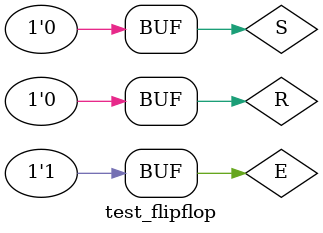
<source format=v>
`timescale 1ns / 1ps


module test_flipflop();

  // Inputs
  reg R;
  reg S;
  reg E;

  // Outputs
  wire Q;
  wire Q_L;
  wire Clk;

  Oscillator Os(
  .E(E),
  .F(Clk)
  );

  // Instantiate the Unit Under Test (UUT)
  RS_flipflop uut (
  .R(R),
  .S(S),
  .Clk(Clk),
  .Q(Q),
  .Q_L(Q_L)
  );

  initial begin
    // Initialize Inputs
    R = 0;
    S = 0;
    E = 0;
    #200;

    E = 1;

    // SET
    R = 0; S = 1;
    #30;

	 // HOLD
    R = 0; S = 0;
    #30;

    // RESET
    R = 1; S = 0;
    #30;

	 // HOLD
	 R = 0; S = 0;
	 #30;

	 // SET
    R = 0; S = 1;
    #2;

	 // HOLD
    R = 0; S = 0;
    #48;

    // RESET
    R = 1; S = 0;
    #30;

    // HOLD
    R = 0; S = 0;
    #30;
  end

endmodule

</source>
